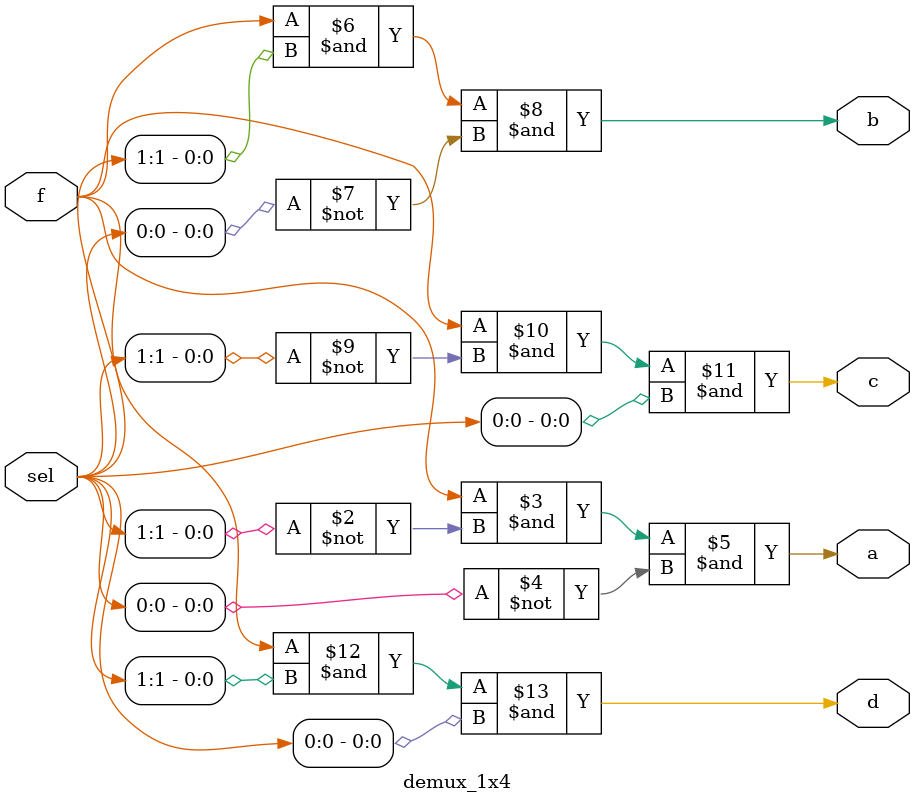
<source format=sv>
module demux_1x4 ( input f,
                     input [1:0] sel,
                     output reg a, b, c, d) ;
  always @ (f or sel)
  begin
    a = f & ~sel[1] & ~sel[0];
    b = f & sel[1] & ~sel[0];
    c = f & ~sel [1] & sel [0];
    d = f & sel [1] & sel[0];
  end
endmodule

</source>
